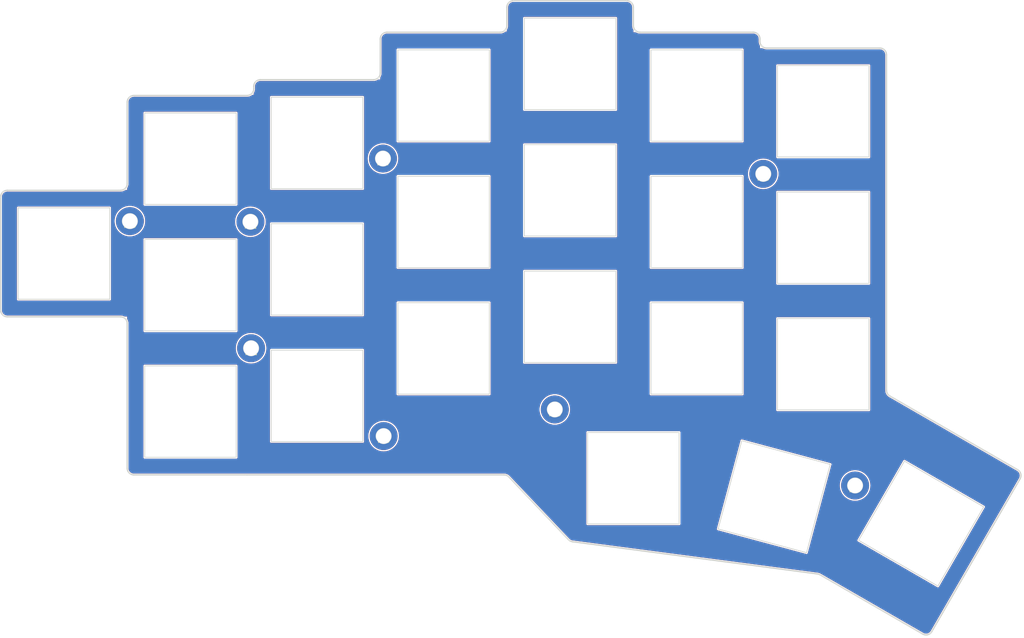
<source format=kicad_pcb>
(kicad_pcb (version 20211014) (generator pcbnew)
  (layers (0 "F.Cu" signal) (31 "B.Cu" signal) (34 "B.Paste" user) (35 "F.Paste" user) (36 "B.SilkS" user "B.Silkscreen") (37 "F.SilkS" user "F.Silkscreen") (38 "B.Mask" user) (39 "F.Mask" user) (44 "Edge.Cuts" user))
  (net 0 "")
  (footprint "kbd:SW_Hole_Plastic" (layer "F.Cu") (at 42.721463 76.099368)
    (fp_text reference "K18" hide)
    (fp_text value "KEYSW" hide)
    (fp_line (start 6.875 6.875) (end 6.875 -6.875) (layer "Edge.Cuts") (width 0.12))
    (fp_line (start -6.875 6.875) (end 6.875 6.875) (layer "Edge.Cuts") (width 0.12))
    (fp_line (start 6.875 -6.875) (end -6.875 -6.875) (layer "Edge.Cuts") (width 0.12))
    (fp_line (start -6.875 -6.875) (end -6.875 6.875) (layer "Edge.Cuts") (width 0.12))
  )
  (footprint "kbd:SW_Hole_Plastic" (layer "F.Cu") (at 118.721463 47.599367)
    (fp_text reference "K21" hide)
    (fp_text value "KEYSW" hide)
    (fp_line (start -6.875 -6.875) (end -6.875 6.875) (layer "Edge.Cuts") (width 0.12))
    (fp_line (start 6.875 6.875) (end 6.875 -6.875) (layer "Edge.Cuts") (width 0.12))
    (fp_line (start 6.875 -6.875) (end -6.875 -6.875) (layer "Edge.Cuts") (width 0.12))
    (fp_line (start -6.875 6.875) (end 6.875 6.875) (layer "Edge.Cuts") (width 0.12))
  )
  (footprint "kbd:SW_Hole_Plastic" (layer "F.Cu") (at 42.721463 57.099368)
    (fp_text reference "K14" hide)
    (fp_text value "KEYSW" hide)
    (fp_line (start 6.875 -6.875) (end -6.875 -6.875) (layer "Edge.Cuts") (width 0.12))
    (fp_line (start -6.875 -6.875) (end -6.875 6.875) (layer "Edge.Cuts") (width 0.12))
    (fp_line (start -6.875 6.875) (end 6.875 6.875) (layer "Edge.Cuts") (width 0.12))
    (fp_line (start 6.875 6.875) (end 6.875 -6.875) (layer "Edge.Cuts") (width 0.12))
  )
  (footprint "kbd:SW_Hole_Plastic" (layer "F.Cu") (at 61.721463 35.724368)
    (fp_text reference "K13" hide)
    (fp_text value "KEYSW" hide)
    (fp_line (start -6.875 -6.875) (end -6.875 6.875) (layer "Edge.Cuts") (width 0.12))
    (fp_line (start -6.875 6.875) (end 6.875 6.875) (layer "Edge.Cuts") (width 0.12))
    (fp_line (start 6.875 -6.875) (end -6.875 -6.875) (layer "Edge.Cuts") (width 0.12))
    (fp_line (start 6.875 6.875) (end 6.875 -6.875) (layer "Edge.Cuts") (width 0.12))
  )
  (footprint "kbd:SW_Hole_Plastic" (layer "F.Cu") (at 152.426296 92.925796 60)
    (fp_text reference "K22" hide)
    (fp_text value "KEYSW" hide)
    (fp_line (start 6.875 -6.875) (end -6.875 -6.875) (layer "Edge.Cuts") (width 0.12))
    (fp_line (start -6.875 -6.875) (end -6.875 6.875) (layer "Edge.Cuts") (width 0.12))
    (fp_line (start -6.875 6.875) (end 6.875 6.875) (layer "Edge.Cuts") (width 0.12))
    (fp_line (start 6.875 6.875) (end 6.875 -6.875) (layer "Edge.Cuts") (width 0.12))
  )
  (footprint "kbd:M2_Hole_TH_mod" (layer "F.Cu") (at 128.721463 40.374367)
    (fp_text reference "H8" (at 0 0.5) (layer "F.SilkS"))
    (fp_text value "MountingHole")
    (fp_circle (center 0 0) (end 1.15 0) (layer "Edge.Cuts") (width 0.1) (fill none))
    (pad "" thru_hole circle (at 0 0) (size 4.2 4.2) (drill 2.3) (layers *.Cu *.Mask))
  )
  (footprint "kbd:SW_Hole_Plastic" (layer "F.Cu") (at 80.721463 66.599368)
    (fp_text reference "K9" hide)
    (fp_text value "KEYSW" hide)
    (fp_line (start -6.875 -6.875) (end -6.875 6.875) (layer "Edge.Cuts") (width 0.12))
    (fp_line (start 6.875 6.875) (end 6.875 -6.875) (layer "Edge.Cuts") (width 0.12))
    (fp_line (start 6.875 -6.875) (end -6.875 -6.875) (layer "Edge.Cuts") (width 0.12))
    (fp_line (start -6.875 6.875) (end 6.875 6.875) (layer "Edge.Cuts") (width 0.12))
  )
  (footprint "kbd:M2_Hole_TH_mod" (layer "F.Cu") (at 71.621463 38.074367)
    (fp_text reference "H4" (at 0 0.5) (layer "F.SilkS"))
    (fp_text value "MountingHole")
    (fp_circle (center 0 0) (end 1.15 0) (layer "Edge.Cuts") (width 0.1) (fill none))
    (pad "" thru_hole circle (at 0 0) (size 4.2 4.2) (drill 2.3) (layers *.Cu *.Mask))
  )
  (footprint "kbd:SW_Hole_Plastic" (layer "F.Cu") (at 130.35654 88.881582 -15)
    (fp_text reference "K1" hide)
    (fp_text value "KEYSW" hide)
    (fp_line (start 6.875 6.875) (end 6.875 -6.875) (layer "Edge.Cuts") (width 0.12))
    (fp_line (start -6.875 -6.875) (end -6.875 6.875) (layer "Edge.Cuts") (width 0.12))
    (fp_line (start 6.875 -6.875) (end -6.875 -6.875) (layer "Edge.Cuts") (width 0.12))
    (fp_line (start -6.875 6.875) (end 6.875 6.875) (layer "Edge.Cuts") (width 0.12))
  )
  (footprint "kbd:SW_Hole_Plastic" (layer "F.Cu") (at 99.721463 23.849368)
    (fp_text reference "K11" hide)
    (fp_text value "KEYSW" hide)
    (fp_line (start -6.875 6.875) (end 6.875 6.875) (layer "Edge.Cuts") (width 0.12))
    (fp_line (start -6.875 -6.875) (end -6.875 6.875) (layer "Edge.Cuts") (width 0.12))
    (fp_line (start 6.875 -6.875) (end -6.875 -6.875) (layer "Edge.Cuts") (width 0.12))
    (fp_line (start 6.875 6.875) (end 6.875 -6.875) (layer "Edge.Cuts") (width 0.12))
  )
  (footprint "kbd:M2_Hole_TH_mod" (layer "F.Cu") (at 51.821463 66.574367)
    (fp_text reference "H2" (at 0 0.5) (layer "F.SilkS"))
    (fp_text value "MountingHole")
    (fp_circle (center 0 0) (end 1.15 0) (layer "Edge.Cuts") (width 0.1) (fill none))
    (pad "" thru_hole circle (at 0 0) (size 4.2 4.2) (drill 2.3) (layers *.Cu *.Mask))
  )
  (footprint "kbd:SW_Hole_Plastic" (layer "F.Cu") (at 42.721463 38.099368)
    (fp_text reference "K7" hide)
    (fp_text value "KEYSW" hide)
    (fp_line (start 6.875 6.875) (end 6.875 -6.875) (layer "Edge.Cuts") (width 0.12))
    (fp_line (start -6.875 6.875) (end 6.875 6.875) (layer "Edge.Cuts") (width 0.12))
    (fp_line (start 6.875 -6.875) (end -6.875 -6.875) (layer "Edge.Cuts") (width 0.12))
    (fp_line (start -6.875 -6.875) (end -6.875 6.875) (layer "Edge.Cuts") (width 0.12))
  )
  (footprint "kbd:SW_Hole_Plastic" (layer "F.Cu") (at 118.721463 66.599367)
    (fp_text reference "K12" hide)
    (fp_text value "KEYSW" hide)
    (fp_line (start -6.875 6.875) (end 6.875 6.875) (layer "Edge.Cuts") (width 0.12))
    (fp_line (start 6.875 6.875) (end 6.875 -6.875) (layer "Edge.Cuts") (width 0.12))
    (fp_line (start -6.875 -6.875) (end -6.875 6.875) (layer "Edge.Cuts") (width 0.12))
    (fp_line (start 6.875 -6.875) (end -6.875 -6.875) (layer "Edge.Cuts") (width 0.12))
  )
  (footprint "kbd:M2_Hole_TH_mod" (layer "F.Cu") (at 33.621463 47.474367)
    (fp_text reference "H3" (at 0 0.5) (layer "F.SilkS"))
    (fp_text value "MountingHole")
    (fp_circle (center 0 0) (end 1.15 0) (layer "Edge.Cuts") (width 0.1) (fill none))
    (pad "" thru_hole circle (at 0 0) (size 4.2 4.2) (drill 2.3) (layers *.Cu *.Mask))
  )
  (footprint "kbd:M2_Hole_TH_mod" (layer "F.Cu") (at 51.721463 47.574367)
    (fp_text reference "H1" (at 0 0.5) (layer "F.SilkS"))
    (fp_text value "MountingHole")
    (fp_circle (center 0 0) (end 1.15 0) (layer "Edge.Cuts") (width 0.1) (fill none))
    (pad "" thru_hole circle (at 0 0) (size 4.2 4.2) (drill 2.3) (layers *.Cu *.Mask))
  )
  (footprint "kbd:SW_Hole_Plastic" (layer "F.Cu") (at 118.721463 28.599367)
    (fp_text reference "K16" hide)
    (fp_text value "KEYSW" hide)
    (fp_line (start -6.875 -6.875) (end -6.875 6.875) (layer "Edge.Cuts") (width 0.12))
    (fp_line (start -6.875 6.875) (end 6.875 6.875) (layer "Edge.Cuts") (width 0.12))
    (fp_line (start 6.875 -6.875) (end -6.875 -6.875) (layer "Edge.Cuts") (width 0.12))
    (fp_line (start 6.875 6.875) (end 6.875 -6.875) (layer "Edge.Cuts") (width 0.12))
  )
  (footprint "kbd:SW_Hole_Plastic" (layer "F.Cu") (at 80.721463 47.599368)
    (fp_text reference "K6" hide)
    (fp_text value "KEYSW" hide)
    (fp_line (start -6.875 -6.875) (end -6.875 6.875) (layer "Edge.Cuts") (width 0.12))
    (fp_line (start 6.875 -6.875) (end -6.875 -6.875) (layer "Edge.Cuts") (width 0.12))
    (fp_line (start -6.875 6.875) (end 6.875 6.875) (layer "Edge.Cuts") (width 0.12))
    (fp_line (start 6.875 6.875) (end 6.875 -6.875) (layer "Edge.Cuts") (width 0.12))
  )
  (footprint "kbd:M2_Hole_TH_mod" (layer "F.Cu") (at 97.421463 75.774367)
    (fp_text reference "H6" (at 0 0.5) (layer "F.SilkS"))
    (fp_text value "MountingHole")
    (fp_circle (center 0 0) (end 1.15 0) (layer "Edge.Cuts") (width 0.1) (fill none))
    (pad "" thru_hole circle (at 0 0) (size 4.2 4.2) (drill 2.3) (layers *.Cu *.Mask))
  )
  (footprint "kbd:SW_Hole_Plastic" (layer "F.Cu") (at 109.221463 86.099097)
    (fp_text reference "K5" hide)
    (fp_text value "KEYSW" hide)
    (fp_line (start 6.875 6.875) (end 6.875 -6.875) (layer "Edge.Cuts") (width 0.12))
    (fp_line (start 6.875 -6.875) (end -6.875 -6.875) (layer "Edge.Cuts") (width 0.12))
    (fp_line (start -6.875 6.875) (end 6.875 6.875) (layer "Edge.Cuts") (width 0.12))
    (fp_line (start -6.875 -6.875) (end -6.875 6.875) (layer "Edge.Cuts") (width 0.12))
  )
  (footprint "kbd:SW_Hole_Plastic" (layer "F.Cu") (at 137.721463 49.974367)
    (fp_text reference "K3" hide)
    (fp_text value "KEYSW" hide)
    (fp_line (start 6.875 -6.875) (end -6.875 -6.875) (layer "Edge.Cuts") (width 0.12))
    (fp_line (start -6.875 6.875) (end 6.875 6.875) (layer "Edge.Cuts") (width 0.12))
    (fp_line (start 6.875 6.875) (end 6.875 -6.875) (layer "Edge.Cuts") (width 0.12))
    (fp_line (start -6.875 -6.875) (end -6.875 6.875) (layer "Edge.Cuts") (width 0.12))
  )
  (footprint "kbd:SW_Hole_Plastic" (layer "F.Cu") (at 23.721464 52.349367)
    (fp_text reference "K10" hide)
    (fp_text value "KEYSW" hide)
    (fp_line (start 6.875 -6.875) (end -6.875 -6.875) (layer "Edge.Cuts") (width 0.12))
    (fp_line (start 6.875 6.875) (end 6.875 -6.875) (layer "Edge.Cuts") (width 0.12))
    (fp_line (start -6.875 6.875) (end 6.875 6.875) (layer "Edge.Cuts") (width 0.12))
    (fp_line (start -6.875 -6.875) (end -6.875 6.875) (layer "Edge.Cuts") (width 0.12))
  )
  (footprint "kbd:SW_Hole_Plastic" (layer "F.Cu") (at 99.721463 42.849368)
    (fp_text reference "K19" hide)
    (fp_text value "KEYSW" hide)
    (fp_line (start 6.875 6.875) (end 6.875 -6.875) (layer "Edge.Cuts") (width 0.12))
    (fp_line (start -6.875 6.875) (end 6.875 6.875) (layer "Edge.Cuts") (width 0.12))
    (fp_line (start 6.875 -6.875) (end -6.875 -6.875) (layer "Edge.Cuts") (width 0.12))
    (fp_line (start -6.875 -6.875) (end -6.875 6.875) (layer "Edge.Cuts") (width 0.12))
  )
  (footprint "kbd:SW_Hole_Plastic" (layer "F.Cu") (at 61.721463 73.724368)
    (fp_text reference "K8" hide)
    (fp_text value "KEYSW" hide)
    (fp_line (start 6.875 6.875) (end 6.875 -6.875) (layer "Edge.Cuts") (width 0.12))
    (fp_line (start -6.875 -6.875) (end -6.875 6.875) (layer "Edge.Cuts") (width 0.12))
    (fp_line (start 6.875 -6.875) (end -6.875 -6.875) (layer "Edge.Cuts") (width 0.12))
    (fp_line (start -6.875 6.875) (end 6.875 6.875) (layer "Edge.Cuts") (width 0.12))
  )
  (footprint "kbd:M2_Hole_TH_mod" (layer "F.Cu") (at 71.721463 79.774367)
    (fp_text reference "H5" (at 0 0.5) (layer "F.SilkS"))
    (fp_text value "MountingHole")
    (fp_circle (center 0 0) (end 1.15 0) (layer "Edge.Cuts") (width 0.1) (fill none))
    (pad "" thru_hole circle (at 0 0) (size 4.2 4.2) (drill 2.3) (layers *.Cu *.Mask))
  )
  (footprint "kbd:SW_Hole_Plastic" (layer "F.Cu") (at 137.721463 30.974367)
    (fp_text reference "K4" hide)
    (fp_text value "KEYSW" hide)
    (fp_line (start -6.875 -6.875) (end -6.875 6.875) (layer "Edge.Cuts") (width 0.12))
    (fp_line (start 6.875 6.875) (end 6.875 -6.875) (layer "Edge.Cuts") (width 0.12))
    (fp_line (start 6.875 -6.875) (end -6.875 -6.875) (layer "Edge.Cuts") (width 0.12))
    (fp_line (start -6.875 6.875) (end 6.875 6.875) (layer "Edge.Cuts") (width 0.12))
  )
  (footprint "kbd:SW_Hole_Plastic" (layer "F.Cu") (at 137.721463 68.974367)
    (fp_text reference "K2" hide)
    (fp_text value "KEYSW" hide)
    (fp_line (start -6.875 6.875) (end 6.875 6.875) (layer "Edge.Cuts") (width 0.12))
    (fp_line (start 6.875 6.875) (end 6.875 -6.875) (layer "Edge.Cuts") (width 0.12))
    (fp_line (start 6.875 -6.875) (end -6.875 -6.875) (layer "Edge.Cuts") (width 0.12))
    (fp_line (start -6.875 -6.875) (end -6.875 6.875) (layer "Edge.Cuts") (width 0.12))
  )
  (footprint "kbd:SW_Hole_Plastic" (layer "F.Cu") (at 99.721463 61.849368)
    (fp_text reference "K15" hide)
    (fp_text value "KEYSW" hide)
    (fp_line (start 6.875 6.875) (end 6.875 -6.875) (layer "Edge.Cuts") (width 0.12))
    (fp_line (start 6.875 -6.875) (end -6.875 -6.875) (layer "Edge.Cuts") (width 0.12))
    (fp_line (start -6.875 -6.875) (end -6.875 6.875) (layer "Edge.Cuts") (width 0.12))
    (fp_line (start -6.875 6.875) (end 6.875 6.875) (layer "Edge.Cuts") (width 0.12))
  )
  (footprint "kbd:M2_Hole_TH_mod" (layer "F.Cu") (at 142.507505 87.19918)
    (fp_text reference "H9" (at 0 0.5) (layer "F.SilkS"))
    (fp_text value "MountingHole")
    (fp_circle (center 0 0) (end 1.15 0) (layer "Edge.Cuts") (width 0.1) (fill none))
    (pad "" thru_hole circle (at 0 0) (size 4.2 4.2) (drill 2.3) (layers *.Cu *.Mask))
  )
  (footprint "kbd:SW_Hole_Plastic" (layer "F.Cu") (at 61.721463 54.724368)
    (fp_text reference "K17" hide)
    (fp_text value "KEYSW" hide)
    (fp_line (start -6.875 -6.875) (end -6.875 6.875) (layer "Edge.Cuts") (width 0.12))
    (fp_line (start 6.875 -6.875) (end -6.875 -6.875) (layer "Edge.Cuts") (width 0.12))
    (fp_line (start 6.875 6.875) (end 6.875 -6.875) (layer "Edge.Cuts") (width 0.12))
    (fp_line (start -6.875 6.875) (end 6.875 6.875) (layer "Edge.Cuts") (width 0.12))
  )
  (footprint "kbd:SW_Hole_Plastic" (layer "F.Cu") (at 80.721463 28.599368)
    (fp_text reference "K20" hide)
    (fp_text value "KEYSW" hide)
    (fp_line (start -6.875 6.875) (end 6.875 6.875) (layer "Edge.Cuts") (width 0.12))
    (fp_line (start 6.875 6.875) (end 6.875 -6.875) (layer "Edge.Cuts") (width 0.12))
    (fp_line (start -6.875 -6.875) (end -6.875 6.875) (layer "Edge.Cuts") (width 0.12))
    (fp_line (start 6.875 -6.875) (end -6.875 -6.875) (layer "Edge.Cuts") (width 0.12))
  )
  (gr_arc (start 89.796623 85.599367) (mid 90.187009 85.679623) (end 90.514076 85.907372) (layer "Edge.Cuts") (width 0.2))
  (gr_arc (start 166.912511 84.834934) (mid 167.378437 85.442141) (end 167.278537 86.20096) (layer "Edge.Cuts") (width 0.2))
  (gr_arc (start 90.221463 18.099368) (mid 89.92857 18.806475) (end 89.221463 19.099368) (layer "Edge.Cuts") (width 0.2))
  (gr_line (start 15.221464 42.849368) (end 32.221465 42.849368) (layer "Edge.Cuts") (width 0.2))
  (gr_line (start 52.221463 27.599368) (end 52.221463 27.224367) (layer "Edge.Cuts") (width 0.2))
  (gr_line (start 99.480311 95.345258) (end 90.514076 85.907372) (layer "Edge.Cuts") (width 0.2))
  (gr_line (start 147.721463 73.754978) (end 166.912511 84.834934) (layer "Edge.Cuts") (width 0.2))
  (gr_line (start 147.221463 22.474368) (end 147.221463 72.888952) (layer "Edge.Cuts") (width 0.2))
  (gr_arc (start 71.221463 25.224368) (mid 70.92857 25.931475) (end 70.221463 26.224368) (layer "Edge.Cuts") (width 0.2))
  (gr_line (start 71.221463 25.224368) (end 71.221463 20.099368) (layer "Edge.Cuts") (width 0.2))
  (gr_arc (start 146.221463 21.474368) (mid 146.92857 21.767261) (end 147.221463 22.474368) (layer "Edge.Cuts") (width 0.2))
  (gr_arc (start 108.221463 14.349368) (mid 108.92857 14.642261) (end 109.221463 15.349368) (layer "Edge.Cuts") (width 0.2))
  (gr_line (start 110.221463 19.099367) (end 127.221463 19.099367) (layer "Edge.Cuts") (width 0.2))
  (gr_line (start 89.796623 85.599366) (end 51.221463 85.599366) (layer "Edge.Cuts") (width 0.2))
  (gr_line (start 152.662511 109.516658) (end 137.244527 100.615081) (layer "Edge.Cuts") (width 0.2))
  (gr_arc (start 110.221462 19.099368) (mid 109.514356 18.806474) (end 109.221463 18.099367) (layer "Edge.Cuts") (width 0.2))
  (gr_line (start 33.221463 84.609762) (end 33.221463 62.849367) (layer "Edge.Cuts") (width 0.2))
  (gr_arc (start 34.211068 85.599367) (mid 33.511312 85.309518) (end 33.221463 84.609762) (layer "Edge.Cuts") (width 0.2))
  (gr_line (start 51.221463 85.599366) (end 34.211068 85.599366) (layer "Edge.Cuts") (width 0.2))
  (gr_arc (start 52.221463 27.224368) (mid 52.514356 26.517261) (end 53.221463 26.224368) (layer "Edge.Cuts") (width 0.2))
  (gr_line (start 53.221463 26.224368) (end 70.221463 26.224368) (layer "Edge.Cuts") (width 0.2))
  (gr_line (start 14.221465 60.849368) (end 14.221465 43.849369) (layer "Edge.Cuts") (width 0.2))
  (gr_arc (start 15.221464 61.849367) (mid 14.514358 61.556474) (end 14.221465 60.849368) (layer "Edge.Cuts") (width 0.2))
  (gr_arc (start 14.221465 43.849369) (mid 14.514358 43.142262) (end 15.221464 42.849368) (layer "Edge.Cuts") (width 0.2))
  (gr_arc (start 32.221466 61.849364) (mid 32.928572 62.142259) (end 33.221463 62.849367) (layer "Edge.Cuts") (width 0.2))
  (gr_arc (start 129.221463 21.474367) (mid 128.514356 21.181474) (end 128.221463 20.474367) (layer "Edge.Cuts") (width 0.2))
  (gr_arc (start 52.221466 27.599371) (mid 51.928571 28.306477) (end 51.221463 28.599368) (layer "Edge.Cuts") (width 0.2))
  (gr_arc (start 33.221465 41.84937) (mid 32.928571 42.556475) (end 32.221464 42.849367) (layer "Edge.Cuts") (width 0.2))
  (gr_arc (start 90.221463 15.349368) (mid 90.514356 14.642261) (end 91.221463 14.349368) (layer "Edge.Cuts") (width 0.2))
  (gr_arc (start 127.221463 19.099367) (mid 127.92857 19.39226) (end 128.221463 20.099367) (layer "Edge.Cuts") (width 0.2))
  (gr_arc (start 100.068595 95.644797) (mid 99.748739 95.545528) (end 99.480311 95.345258) (layer "Edge.Cuts") (width 0.2))
  (gr_line (start 136.878894 100.490965) (end 100.068595 95.644797) (layer "Edge.Cuts") (width 0.2))
  (gr_line (start 33.221463 41.849368) (end 33.221464 29.599368) (layer "Edge.Cuts") (width 0.2))
  (gr_line (start 109.221463 15.349368) (end 109.221463 18.099367) (layer "Edge.Cuts") (width 0.2))
  (gr_line (start 128.221463 20.099367) (end 128.221463 20.474367) (layer "Edge.Cuts") (width 0.2))
  (gr_arc (start 33.221464 29.599368) (mid 33.514357 28.892261) (end 34.221464 28.599368) (layer "Edge.Cuts") (width 0.2))
  (gr_line (start 129.221463 21.474367) (end 146.221463 21.474368) (layer "Edge.Cuts") (width 0.2))
  (gr_line (start 167.278537 86.20096) (end 154.028537 109.150633) (layer "Edge.Cuts") (width 0.2))
  (gr_arc (start 136.878894 100.490965) (mid 137.067823 100.535017) (end 137.244527 100.615081) (layer "Edge.Cuts") (width 0.2))
  (gr_arc (start 147.721463 73.754977) (mid 147.355438 73.388952) (end 147.221463 72.888952) (layer "Edge.Cuts") (width 0.2))
  (gr_arc (start 71.221462 20.099368) (mid 71.514356 19.392261) (end 72.221463 19.099367) (layer "Edge.Cuts") (width 0.2))
  (gr_line (start 90.221463 18.099368) (end 90.221463 15.349368) (layer "Edge.Cuts") (width 0.2))
  (gr_line (start 32.221464 61.849368) (end 15.221464 61.849368) (layer "Edge.Cuts") (width 0.2))
  (gr_line (start 91.221463 14.349368) (end 108.221463 14.349368) (layer "Edge.Cuts") (width 0.2))
  (gr_line (start 72.221463 19.099367) (end 89.221463 19.099368) (layer "Edge.Cuts") (width 0.2))
  (gr_arc (start 154.028536 109.150633) (mid 153.42133 109.616559) (end 152.662511 109.516658) (layer "Edge.Cuts") (width 0.2))
  (gr_line (start 34.221464 28.599368) (end 51.221463 28.599368) (layer "Edge.Cuts") (width 0.2))
  (zone (net 0) (net_name "") (layers F&B.Cu) (priority 1) (connect_pads (clearance 0.2)) (min_thickness 0.25) (fill yes (thermal_gap 0.5) (thermal_bridge_width 0.5))
    (polygon (pts (xy 109.221463 19.104952) (xy 128.221463 19.104952) (xy 128.221463 21.504952) (xy 147.221463 21.504952) (xy 147.221463 23.804952) (xy 147.721464 73.349367) (xy 167.821463 85.204952) (xy 153.421463 109.904952) (xy 137.021463 100.504952) (xy 99.721463 95.504952) (xy 90.121463 85.504952) (xy 33.221463 85.604952) (xy 33.221463 61.804952) (xy 14.121463 61.804952) (xy 14.221463 42.904952) (xy 33.221463 42.804952) (xy 33.221463 28.504952) (xy 52.221463 28.504952) (xy 52.221463 26.204952) (xy 71.221463 26.204952) (xy 71.221463 19.004952) (xy 90.221463 19.004952) (xy 90.221463 14.304952) (xy 109.221463 14.304952)))
  )
)
</source>
